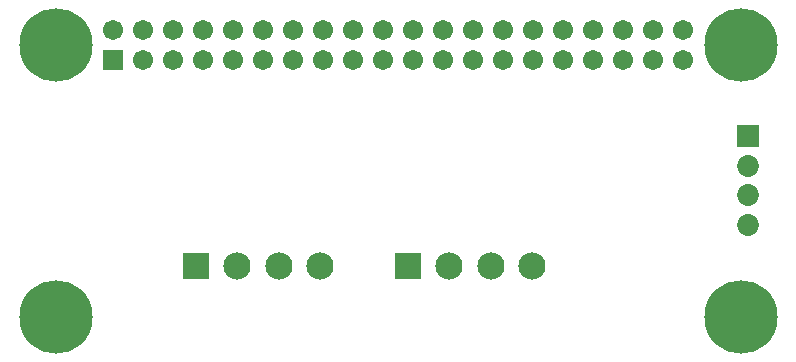
<source format=gbs>
G04*
G04 #@! TF.GenerationSoftware,Altium Limited,Altium Designer,19.0.15 (446)*
G04*
G04 Layer_Color=16711935*
%FSAX25Y25*%
%MOIN*%
G70*
G01*
G75*
%ADD54C,0.09068*%
%ADD55R,0.09068X0.09068*%
%ADD56C,0.07296*%
%ADD57R,0.07296X0.07296*%
%ADD58R,0.06706X0.06706*%
%ADD59C,0.06706*%
%ADD60C,0.24422*%
D54*
X0280235Y0139302D02*
D03*
X0266456D02*
D03*
X0252676D02*
D03*
X0209566D02*
D03*
X0195786D02*
D03*
X0182007D02*
D03*
D55*
X0238897D02*
D03*
X0168228D02*
D03*
D56*
X0352195Y0153020D02*
D03*
Y0162862D02*
D03*
Y0172705D02*
D03*
D57*
Y0182547D02*
D03*
D58*
X0140558Y0207975D02*
D03*
D59*
Y0217975D02*
D03*
X0150558Y0207975D02*
D03*
Y0217975D02*
D03*
X0160558Y0207975D02*
D03*
Y0217975D02*
D03*
X0170558Y0207975D02*
D03*
Y0217975D02*
D03*
X0180558Y0207975D02*
D03*
Y0217975D02*
D03*
X0190558Y0207975D02*
D03*
Y0217975D02*
D03*
X0200558Y0207975D02*
D03*
Y0217975D02*
D03*
X0210558Y0207975D02*
D03*
Y0217975D02*
D03*
X0220558Y0207975D02*
D03*
Y0217975D02*
D03*
X0230558Y0207975D02*
D03*
Y0217975D02*
D03*
X0240558Y0207975D02*
D03*
Y0217975D02*
D03*
X0250558Y0207975D02*
D03*
Y0217975D02*
D03*
X0260558Y0207975D02*
D03*
Y0217975D02*
D03*
X0270558Y0207975D02*
D03*
Y0217975D02*
D03*
X0280558Y0207975D02*
D03*
Y0217975D02*
D03*
X0290558Y0207975D02*
D03*
Y0217975D02*
D03*
X0300558Y0207975D02*
D03*
Y0217975D02*
D03*
X0310558Y0207975D02*
D03*
Y0217975D02*
D03*
X0320558Y0207975D02*
D03*
Y0217975D02*
D03*
X0330558Y0207975D02*
D03*
Y0217975D02*
D03*
D60*
X0349724Y0122374D02*
D03*
Y0212925D02*
D03*
X0121378D02*
D03*
Y0122374D02*
D03*
M02*

</source>
